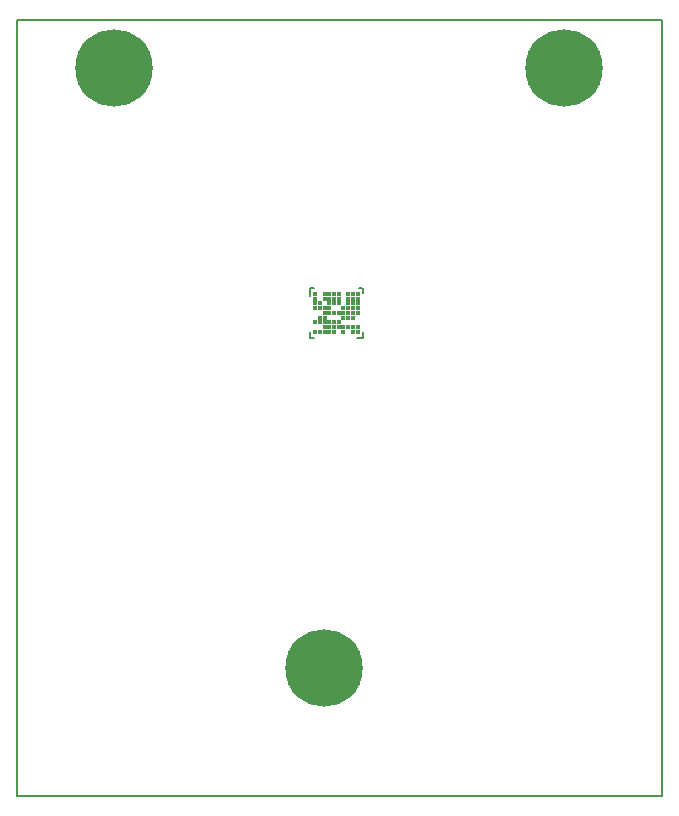
<source format=gts>
G04*
G04 #@! TF.GenerationSoftware,Altium Limited,Altium Designer,20.2.6 (244)*
G04*
G04 Layer_Color=8388736*
%FSLAX25Y25*%
%MOIN*%
G70*
G04*
G04 #@! TF.SameCoordinates,39434470-8384-4B1D-BF7C-59D8A565AEB1*
G04*
G04*
G04 #@! TF.FilePolarity,Negative*
G04*
G01*
G75*
%ADD12C,0.00500*%
%ADD14C,0.00800*%
%ADD15C,0.01666*%
%ADD16C,0.25800*%
D12*
X0Y0D02*
X215000D01*
X215000Y258500D02*
X215000Y0D01*
X-0Y258500D02*
X215000D01*
X-0D02*
X0Y0D01*
D14*
X97718Y152764D02*
Y154519D01*
X97778Y152724D02*
X98886D01*
X113453Y152729D02*
X115207D01*
X115247Y152789D02*
Y154700D01*
X114075Y169274D02*
X115183D01*
X115243Y167479D02*
Y169234D01*
X97683Y166626D02*
X97700Y169210D01*
X97740Y169270D02*
X98987D01*
D15*
X99394Y167298D02*
D03*
X102543D02*
D03*
X104118D02*
D03*
X105693D02*
D03*
X107268D02*
D03*
X110417D02*
D03*
X111992D02*
D03*
X113567D02*
D03*
X99394Y165724D02*
D03*
X102543D02*
D03*
X104118D02*
D03*
X105693D02*
D03*
X107268D02*
D03*
X110417D02*
D03*
X111992D02*
D03*
X113567D02*
D03*
X99394Y164149D02*
D03*
X100969D02*
D03*
X104118D02*
D03*
X105693D02*
D03*
X107268D02*
D03*
X110417D02*
D03*
X111992D02*
D03*
X113567D02*
D03*
X99394Y162574D02*
D03*
X100969D02*
D03*
X102543D02*
D03*
X104118D02*
D03*
X108843D02*
D03*
X110417D02*
D03*
X111992D02*
D03*
X113567D02*
D03*
X102543Y160999D02*
D03*
X104118D02*
D03*
X105693D02*
D03*
X107268D02*
D03*
X108843D02*
D03*
X110417D02*
D03*
X111992D02*
D03*
X113567D02*
D03*
X100969Y159424D02*
D03*
X102543D02*
D03*
X108843D02*
D03*
X110417D02*
D03*
X111992D02*
D03*
X99394Y157850D02*
D03*
X100969D02*
D03*
X102543D02*
D03*
X104118D02*
D03*
X105693D02*
D03*
X107268D02*
D03*
X102543Y156275D02*
D03*
X104118D02*
D03*
X105693D02*
D03*
X107268D02*
D03*
X108843D02*
D03*
X110417D02*
D03*
X111992D02*
D03*
X113567D02*
D03*
X99394Y154700D02*
D03*
X100969D02*
D03*
X102543D02*
D03*
X104118D02*
D03*
X105693D02*
D03*
X108843D02*
D03*
X111992D02*
D03*
X113567D02*
D03*
D16*
X102500Y42500D02*
D03*
X32500Y242500D02*
D03*
X182500D02*
D03*
M02*

</source>
